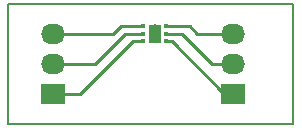
<source format=gbr>
%TF.GenerationSoftware,KiCad,Pcbnew,7.0.8*%
%TF.CreationDate,2024-01-26T14:13:43-05:00*%
%TF.ProjectId,Voltage_Reg_1V,566f6c74-6167-4655-9f52-65675f31562e,rev?*%
%TF.SameCoordinates,Original*%
%TF.FileFunction,Copper,L1,Top*%
%TF.FilePolarity,Positive*%
%FSLAX46Y46*%
G04 Gerber Fmt 4.6, Leading zero omitted, Abs format (unit mm)*
G04 Created by KiCad (PCBNEW 7.0.8) date 2024-01-26 14:13:43*
%MOMM*%
%LPD*%
G01*
G04 APERTURE LIST*
%TA.AperFunction,NonConductor*%
%ADD10C,0.200000*%
%TD*%
%TA.AperFunction,ComponentPad*%
%ADD11R,2.030000X1.730000*%
%TD*%
%TA.AperFunction,ComponentPad*%
%ADD12O,2.030000X1.730000*%
%TD*%
%TA.AperFunction,SMDPad,CuDef*%
%ADD13R,0.449999X0.299999*%
%TD*%
%TA.AperFunction,SMDPad,CuDef*%
%ADD14R,1.000000X1.599999*%
%TD*%
%TA.AperFunction,ComponentPad*%
%ADD15C,0.499999*%
%TD*%
%TA.AperFunction,Conductor*%
%ADD16C,0.250000*%
%TD*%
G04 APERTURE END LIST*
D10*
X52070000Y-43180000D02*
X76200000Y-43180000D01*
X76200000Y-53340000D01*
X52070000Y-53340000D01*
X52070000Y-43180000D01*
D11*
%TO.P,REF\u002A\u002A,1*%
%TO.N,N/C*%
X71120000Y-50800000D03*
D12*
%TO.P,REF\u002A\u002A,2*%
X71120000Y-48260000D03*
%TO.P,REF\u002A\u002A,3*%
X71120000Y-45720000D03*
%TD*%
D11*
%TO.P,REF\u002A\u002A,1*%
%TO.N,N/C*%
X55880000Y-50800000D03*
D12*
%TO.P,REF\u002A\u002A,2*%
X55880000Y-48260000D03*
%TO.P,REF\u002A\u002A,3*%
X55880000Y-45720000D03*
%TD*%
D13*
%TO.P,REF\u002A\u002A,1*%
%TO.N,N/C*%
X63500000Y-45069999D03*
%TO.P,REF\u002A\u002A,2*%
X63500000Y-45720000D03*
%TO.P,REF\u002A\u002A,3*%
X63500000Y-46369999D03*
%TO.P,REF\u002A\u002A,4*%
X65449998Y-46369999D03*
%TO.P,REF\u002A\u002A,5*%
X65449998Y-45720000D03*
%TO.P,REF\u002A\u002A,6*%
X65449998Y-45069999D03*
D14*
%TO.P,REF\u002A\u002A,7*%
X64474999Y-45720000D03*
D15*
%TO.P,REF\u002A\u002A,V*%
X64474999Y-45170001D03*
X64474999Y-46269999D03*
%TD*%
D16*
%TO.N,*%
X58166000Y-50800000D02*
X55880000Y-50800000D01*
X62596001Y-46369999D02*
X58166000Y-50800000D01*
X63500000Y-46369999D02*
X62596001Y-46369999D01*
X59436000Y-48260000D02*
X55880000Y-48260000D01*
X61976000Y-45720000D02*
X59436000Y-48260000D01*
X63500000Y-45720000D02*
X61976000Y-45720000D01*
X60960000Y-45720000D02*
X55880000Y-45720000D01*
X61610001Y-45069999D02*
X60960000Y-45720000D01*
X63500000Y-45069999D02*
X61610001Y-45069999D01*
X70358000Y-50800000D02*
X71120000Y-50800000D01*
X65927999Y-46369999D02*
X70358000Y-50800000D01*
X65449998Y-46369999D02*
X65927999Y-46369999D01*
X69342000Y-48260000D02*
X71120000Y-48260000D01*
X66802000Y-45720000D02*
X69342000Y-48260000D01*
X65449998Y-45720000D02*
X66802000Y-45720000D01*
X68072000Y-45720000D02*
X71120000Y-45720000D01*
X67421999Y-45069999D02*
X68072000Y-45720000D01*
X65449998Y-45069999D02*
X67421999Y-45069999D01*
%TD*%
M02*

</source>
